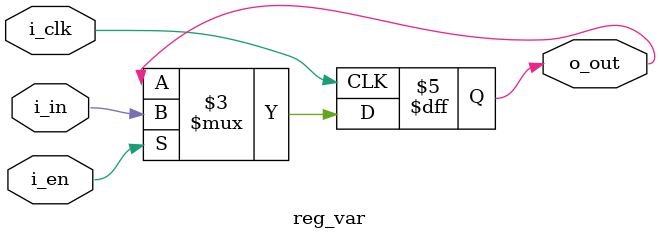
<source format=sv>
module reg_var #
	(
		parameter SIZE = 1
	)
	(
		input i_clk,
		input i_en,
		input [SIZE-1:0] i_in,
		output logic [SIZE-1:0] o_out
	);
	
		always_ff @ (posedge i_clk) begin
			if (i_en) o_out <= i_in;
			else o_out <= o_out;
		end
		
endmodule
</source>
